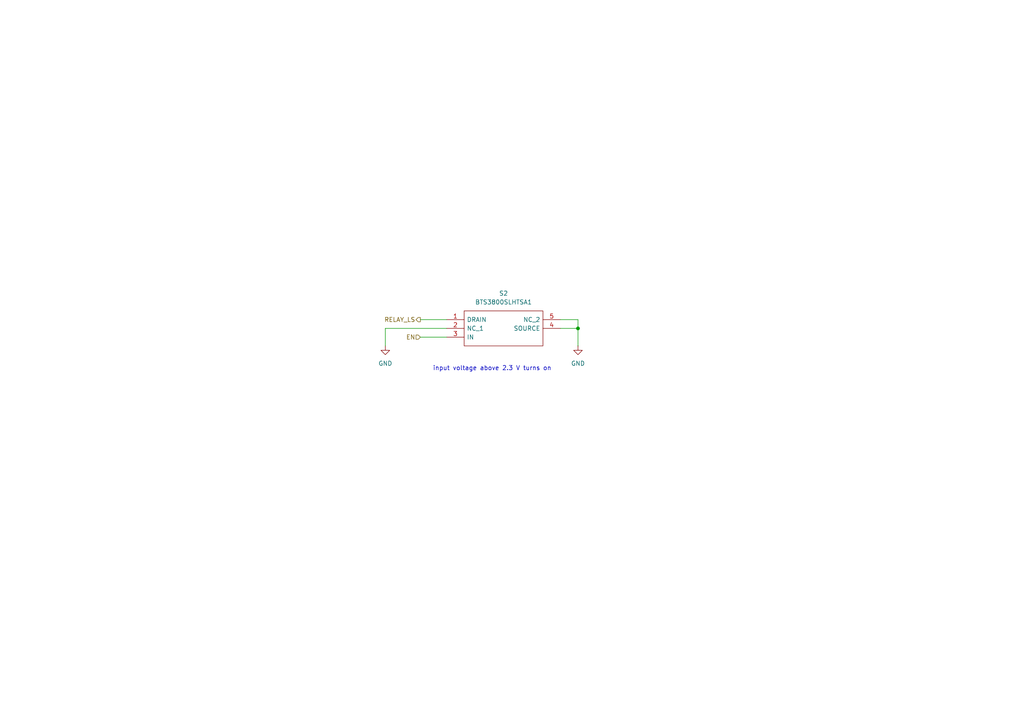
<source format=kicad_sch>
(kicad_sch (version 20231120) (generator "eeschema") (generator_version "8.0")
  (paper "A4")
  (lib_symbols
    (symbol "SamacSys_Parts:BTS3800SLHTSA1" (pin_names (offset 0.762))
      (property "Reference" "S" (at 29.21 7.62 0))
      (property "Value" "BTS3800SLHTSA1" (at 29.21 5.08 0))
      (symbol "BTS3800SLHTSA1_0_0"
        (pin passive line (at 0 0 0) (length 5.08) (name "DRAIN") (number "1"))
        (pin passive line (at 0 -2.54 0) (length 5.08) (name "NC_1") (number "2"))
        (pin passive line (at 0 -5.08 0) (length 5.08) (name "IN") (number "3"))
        (pin passive line (at 33.02 -2.54 180) (length 5.08) (name "SOURCE") (number "4"))
        (pin passive line (at 33.02 0 180) (length 5.08) (name "NC_2") (number "5"))
      )
      (symbol "BTS3800SLHTSA1_0_1"
        (polyline (pts (xy 5.08 2.54) (xy 27.94 2.54) (xy 27.94 -7.62) (xy 5.08 -7.62) (xy 5.08 2.54)) (stroke (width 0.1524)))
      )
    )
    (symbol "power:GND" (power) (pin_numbers hide) (pin_names (offset 0) hide)
      (property "Value" "GND" (at 0 -3.81 0))
      (symbol "GND_0_1"
        (polyline (pts (xy 0 0) (xy 0 -1.27) (xy 1.27 -1.27) (xy 0 -2.54) (xy -1.27 -1.27) (xy 0 -1.27)))
      )
      (symbol "GND_1_1"
        (pin power_in line (at 0 0 270) (length 0) (name "~") (number "1"))
      )
    )
  )
  (junction (at 167.64 95.25))
  (wire (pts (xy 129.54 95.25) (xy 111.76 95.25)))
  (wire (pts (xy 121.92 97.79) (xy 129.54 97.79)))
  (wire (pts (xy 167.64 95.25) (xy 167.64 100.33)))
  (wire (pts (xy 111.76 95.25) (xy 111.76 100.33)))
  (wire (pts (xy 162.56 92.71) (xy 167.64 92.71)))
  (wire (pts (xy 167.64 92.71) (xy 167.64 95.25)))
  (wire (pts (xy 121.92 92.71) (xy 129.54 92.71)))
  (wire (pts (xy 162.56 95.25) (xy 167.64 95.25)))
  (text "input voltage above 2.3 V turns on\n" (at 142.748 106.934 0) (effects (font (size 1.27 1.27))))
  (hierarchical_label "EN" (shape input) (at 121.92 97.79 180))
  (hierarchical_label "RELAY_LS" (shape output) (at 121.92 92.71 180))
  (symbol (lib_id "power:GND") (at 111.76 100.33 0) (unit 1)
    (property "Reference" "#PWR0102" (effects (hide yes)))
    (property "Value" "GND" (at 111.76 105.41 0))
    (property "Description" "Power symbol creates a global label with name \"GND\" , ground" (effects (hide yes)))
    (instances (project "EIM" (path "" (reference "#PWR0102") (unit 1)) (path "" (reference "#PWR0116") (unit 1)) (path "" (reference "#PWR098") (unit 1))))
  )
  (symbol (lib_id "power:GND") (at 167.64 100.33 0) (unit 1)
    (property "Reference" "#PWR0103" (effects (hide yes)))
    (property "Value" "GND" (at 167.64 105.41 0))
    (property "Description" "Power symbol creates a global label with name \"GND\" , ground" (effects (hide yes)))
    (instances (project "EIM" (path "" (reference "#PWR0103") (unit 1)) (path "" (reference "#PWR0117") (unit 1)) (path "" (reference "#PWR099") (unit 1))))
  )
  (symbol (lib_id "SamacSys_Parts:BTS3800SLHTSA1") (at 129.54 92.71 0) (unit 1)
    (property "Reference" "S2" (at 146.05 85.09 0))
    (property "Value" "BTS3800SLHTSA1" (at 146.05 87.63 0))
    (property "Footprint" "SamacSys_Parts:BTS3800SLHTSA1" (effects (hide yes)))
    (property "Datasheet" "https://www.infineon.com/dgdl/Infineon-BTS3800SL-DS-v01_01-EN.pdf?fileId=5546d4625a888733015aa9b0af2a361e" (effects (hide yes)))
    (property "Description" "Smart Low Side Power Switch 350mA SCT595" (effects (hide yes)))
    (property "Description_1" "Smart Low Side Power Switch 350mA SCT595" (effects (hide yes)))
    (property "Height" "1.1" (effects (hide yes)))
    (property "Mouser Part Number" "726-BTS3800SLHTSA1" (effects (hide yes)))
    (property "Mouser Price/Stock" "https://www.mouser.co.uk/ProductDetail/Infineon-Technologies/BTS3800SLHTSA1?qs=K00xGehIljuOlT7%2FVSy%252B%252Bw%3D%3D" (effects (hide yes)))
    (property "Manufacturer_Name" "Infineon" (effects (hide yes)))
    (property "Manufacturer_Part_Number" "BTS3800SLHTSA1" (effects (hide yes)))
    (instances (project "EIM" (path "" (reference "S2") (unit 1)) (path "" (reference "S3") (unit 1)) (path "" (reference "S1") (unit 1))))
  )
)
</source>
